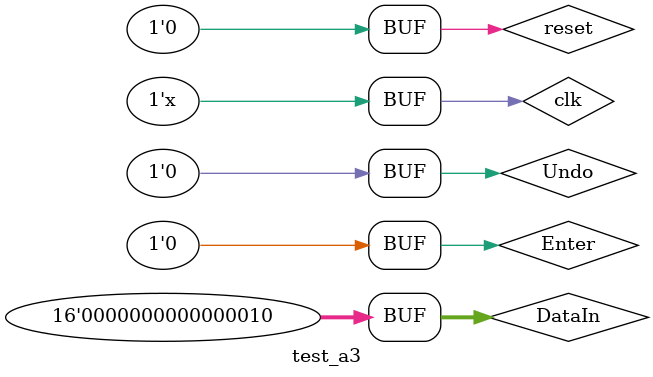
<source format=sv>
`timescale 1ns / 1ps


module test_a3();
    logic reset,clk,Enter,Undo;
    logic[15:0]DataIn;
    logic[6:0]Segments;
    logic[7:0]Anodes;
    logic[4:0]Flags;
    logic[2:0]Status;  
    
S7_actividad3 DUT(
    .reset(reset),
    .clk(clk),
    .Enter(Enter),
    .DataIn(DataIn),
    .Undo(Undo),
    .Anodes(Anodes),
    .Segments(Segments),
    .Flags(Flags),
    .Status(Status));
    
always #10 clk=~clk;

initial begin
clk=1'b0;
reset=1'b1;
DataIn=16'd0;
Enter=0;
Undo=0;
#27
reset=1'b0;
DataIn=16'd10;
#27
Enter=1'b1;
#27
Enter=1'b0;
#37
DataIn=16'd5;
#27
Enter=1'b1;
#27
Enter=1'b0;
#37
Undo=1'b1;
#27
Undo=1'b0;
#37
DataIn=16'd2;
#37
Enter=1'b1;
#27
Enter=1'b0;
#37
DataIn=16'd2;
#37
Enter=1'b1;
#27
Enter=1'b0;
end
endmodule

</source>
